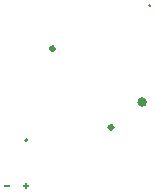
<source format=gbr>
G04 #@! TF.GenerationSoftware,KiCad,Pcbnew,9.0.4*
G04 #@! TF.CreationDate,2025-10-13T14:39:45-04:00*
G04 #@! TF.ProjectId,bldc motor controller,626c6463-206d-46f7-946f-7220636f6e74,rev?*
G04 #@! TF.SameCoordinates,Original*
G04 #@! TF.FileFunction,OtherDrawing,Comment*
%FSLAX46Y46*%
G04 Gerber Fmt 4.6, Leading zero omitted, Abs format (unit mm)*
G04 Created by KiCad (PCBNEW 9.0.4) date 2025-10-13 14:39:45*
%MOMM*%
%LPD*%
G01*
G04 APERTURE LIST*
%ADD10C,0.000000*%
%ADD11C,0.300000*%
%ADD12C,0.150000*%
%ADD13C,0.400000*%
%ADD14C,0.200000*%
G04 APERTURE END LIST*
D10*
G04 #@! TO.C,LED1*
G36*
X135820000Y-97168500D02*
G01*
X135280000Y-97168500D01*
X135280000Y-97038500D01*
X135820000Y-97038500D01*
X135820000Y-97168500D01*
G37*
G36*
X137419000Y-97161500D02*
G01*
X136879000Y-97161500D01*
X136879000Y-97031500D01*
X137419000Y-97031500D01*
X137419000Y-97161500D01*
G37*
G36*
X137214500Y-97367000D02*
G01*
X137084500Y-97367000D01*
X137084500Y-96827000D01*
X137214500Y-96827000D01*
X137214500Y-97367000D01*
G37*
D11*
G04 #@! TO.C,U1*
X139550000Y-85458750D02*
G75*
G02*
X139250000Y-85458750I-150000J0D01*
G01*
X139250000Y-85458750D02*
G75*
G02*
X139550000Y-85458750I150000J0D01*
G01*
D12*
G04 #@! TO.C,U6*
X147732500Y-81825000D02*
G75*
G02*
X147582500Y-81825000I-75000J0D01*
G01*
X147582500Y-81825000D02*
G75*
G02*
X147732500Y-81825000I75000J0D01*
G01*
D11*
G04 #@! TO.C,U5*
X144514000Y-92112000D02*
G75*
G02*
X144214000Y-92112000I-150000J0D01*
G01*
X144214000Y-92112000D02*
G75*
G02*
X144514000Y-92112000I150000J0D01*
G01*
D13*
G04 #@! TO.C,U3*
X147201995Y-89978000D02*
G75*
G02*
X146801995Y-89978000I-200000J0D01*
G01*
X146801995Y-89978000D02*
G75*
G02*
X147201995Y-89978000I200000J0D01*
G01*
D14*
G04 #@! TO.C,U4*
X137300000Y-93214000D02*
G75*
G02*
X137100000Y-93214000I-100000J0D01*
G01*
X137100000Y-93214000D02*
G75*
G02*
X137300000Y-93214000I100000J0D01*
G01*
G04 #@! TD*
M02*

</source>
